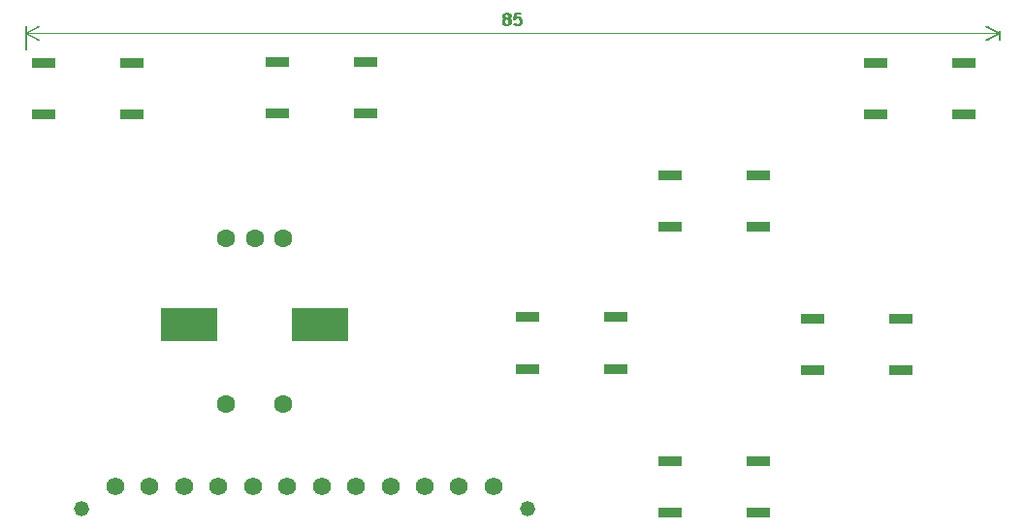
<source format=gbr>
%TF.GenerationSoftware,KiCad,Pcbnew,9.0.0*%
%TF.CreationDate,2025-03-23T02:30:14-05:00*%
%TF.ProjectId,IOBoardV1,494f426f-6172-4645-9631-2e6b69636164,rev?*%
%TF.SameCoordinates,Original*%
%TF.FileFunction,Soldermask,Top*%
%TF.FilePolarity,Negative*%
%FSLAX46Y46*%
G04 Gerber Fmt 4.6, Leading zero omitted, Abs format (unit mm)*
G04 Created by KiCad (PCBNEW 9.0.0) date 2025-03-23 02:30:14*
%MOMM*%
%LPD*%
G01*
G04 APERTURE LIST*
%ADD10C,0.150000*%
%ADD11C,0.100000*%
%ADD12R,2.006600X0.863600*%
%ADD13C,1.600200*%
%ADD14R,5.000000X3.000000*%
%ADD15C,1.320800*%
%ADD16C,1.574800*%
G04 APERTURE END LIST*
D10*
X159528571Y-48833390D02*
X159433333Y-48785771D01*
X159433333Y-48785771D02*
X159385714Y-48738152D01*
X159385714Y-48738152D02*
X159338095Y-48642914D01*
X159338095Y-48642914D02*
X159338095Y-48595295D01*
X159338095Y-48595295D02*
X159385714Y-48500057D01*
X159385714Y-48500057D02*
X159433333Y-48452438D01*
X159433333Y-48452438D02*
X159528571Y-48404819D01*
X159528571Y-48404819D02*
X159719047Y-48404819D01*
X159719047Y-48404819D02*
X159814285Y-48452438D01*
X159814285Y-48452438D02*
X159861904Y-48500057D01*
X159861904Y-48500057D02*
X159909523Y-48595295D01*
X159909523Y-48595295D02*
X159909523Y-48642914D01*
X159909523Y-48642914D02*
X159861904Y-48738152D01*
X159861904Y-48738152D02*
X159814285Y-48785771D01*
X159814285Y-48785771D02*
X159719047Y-48833390D01*
X159719047Y-48833390D02*
X159528571Y-48833390D01*
X159528571Y-48833390D02*
X159433333Y-48881009D01*
X159433333Y-48881009D02*
X159385714Y-48928628D01*
X159385714Y-48928628D02*
X159338095Y-49023866D01*
X159338095Y-49023866D02*
X159338095Y-49214342D01*
X159338095Y-49214342D02*
X159385714Y-49309580D01*
X159385714Y-49309580D02*
X159433333Y-49357200D01*
X159433333Y-49357200D02*
X159528571Y-49404819D01*
X159528571Y-49404819D02*
X159719047Y-49404819D01*
X159719047Y-49404819D02*
X159814285Y-49357200D01*
X159814285Y-49357200D02*
X159861904Y-49309580D01*
X159861904Y-49309580D02*
X159909523Y-49214342D01*
X159909523Y-49214342D02*
X159909523Y-49023866D01*
X159909523Y-49023866D02*
X159861904Y-48928628D01*
X159861904Y-48928628D02*
X159814285Y-48881009D01*
X159814285Y-48881009D02*
X159719047Y-48833390D01*
X160814285Y-48404819D02*
X160338095Y-48404819D01*
X160338095Y-48404819D02*
X160290476Y-48881009D01*
X160290476Y-48881009D02*
X160338095Y-48833390D01*
X160338095Y-48833390D02*
X160433333Y-48785771D01*
X160433333Y-48785771D02*
X160671428Y-48785771D01*
X160671428Y-48785771D02*
X160766666Y-48833390D01*
X160766666Y-48833390D02*
X160814285Y-48881009D01*
X160814285Y-48881009D02*
X160861904Y-48976247D01*
X160861904Y-48976247D02*
X160861904Y-49214342D01*
X160861904Y-49214342D02*
X160814285Y-49309580D01*
X160814285Y-49309580D02*
X160766666Y-49357200D01*
X160766666Y-49357200D02*
X160671428Y-49404819D01*
X160671428Y-49404819D02*
X160433333Y-49404819D01*
X160433333Y-49404819D02*
X160338095Y-49357200D01*
X160338095Y-49357200D02*
X160290476Y-49309580D01*
D11*
X117600000Y-51500000D02*
X117600000Y-49513580D01*
X202600000Y-50686420D02*
X202600000Y-49900000D01*
X117600000Y-50100000D02*
X202600000Y-50100000D01*
X117600000Y-50100000D02*
X202600000Y-50100000D01*
X117600000Y-50100000D02*
X118726504Y-49513579D01*
X117600000Y-50100000D02*
X118726504Y-50686421D01*
X202600000Y-50100000D02*
X201473496Y-50686421D01*
X202600000Y-50100000D02*
X201473496Y-49513579D01*
X117600000Y-50100000D02*
X202600000Y-50100000D01*
X117600000Y-50100000D02*
X202600000Y-50100000D01*
X117600000Y-50100000D02*
X118726504Y-49513579D01*
X117600000Y-50100000D02*
X118726504Y-50686421D01*
X202600000Y-50100000D02*
X201473496Y-50686421D01*
X202600000Y-50100000D02*
X201473496Y-49513579D01*
D10*
X159628571Y-48833390D02*
X159533333Y-48785771D01*
X159533333Y-48785771D02*
X159485714Y-48738152D01*
X159485714Y-48738152D02*
X159438095Y-48642914D01*
X159438095Y-48642914D02*
X159438095Y-48595295D01*
X159438095Y-48595295D02*
X159485714Y-48500057D01*
X159485714Y-48500057D02*
X159533333Y-48452438D01*
X159533333Y-48452438D02*
X159628571Y-48404819D01*
X159628571Y-48404819D02*
X159819047Y-48404819D01*
X159819047Y-48404819D02*
X159914285Y-48452438D01*
X159914285Y-48452438D02*
X159961904Y-48500057D01*
X159961904Y-48500057D02*
X160009523Y-48595295D01*
X160009523Y-48595295D02*
X160009523Y-48642914D01*
X160009523Y-48642914D02*
X159961904Y-48738152D01*
X159961904Y-48738152D02*
X159914285Y-48785771D01*
X159914285Y-48785771D02*
X159819047Y-48833390D01*
X159819047Y-48833390D02*
X159628571Y-48833390D01*
X159628571Y-48833390D02*
X159533333Y-48881009D01*
X159533333Y-48881009D02*
X159485714Y-48928628D01*
X159485714Y-48928628D02*
X159438095Y-49023866D01*
X159438095Y-49023866D02*
X159438095Y-49214342D01*
X159438095Y-49214342D02*
X159485714Y-49309580D01*
X159485714Y-49309580D02*
X159533333Y-49357200D01*
X159533333Y-49357200D02*
X159628571Y-49404819D01*
X159628571Y-49404819D02*
X159819047Y-49404819D01*
X159819047Y-49404819D02*
X159914285Y-49357200D01*
X159914285Y-49357200D02*
X159961904Y-49309580D01*
X159961904Y-49309580D02*
X160009523Y-49214342D01*
X160009523Y-49214342D02*
X160009523Y-49023866D01*
X160009523Y-49023866D02*
X159961904Y-48928628D01*
X159961904Y-48928628D02*
X159914285Y-48881009D01*
X159914285Y-48881009D02*
X159819047Y-48833390D01*
X160914285Y-48404819D02*
X160438095Y-48404819D01*
X160438095Y-48404819D02*
X160390476Y-48881009D01*
X160390476Y-48881009D02*
X160438095Y-48833390D01*
X160438095Y-48833390D02*
X160533333Y-48785771D01*
X160533333Y-48785771D02*
X160771428Y-48785771D01*
X160771428Y-48785771D02*
X160866666Y-48833390D01*
X160866666Y-48833390D02*
X160914285Y-48881009D01*
X160914285Y-48881009D02*
X160961904Y-48976247D01*
X160961904Y-48976247D02*
X160961904Y-49214342D01*
X160961904Y-49214342D02*
X160914285Y-49309580D01*
X160914285Y-49309580D02*
X160866666Y-49357200D01*
X160866666Y-49357200D02*
X160771428Y-49404819D01*
X160771428Y-49404819D02*
X160533333Y-49404819D01*
X160533333Y-49404819D02*
X160438095Y-49357200D01*
X160438095Y-49357200D02*
X160390476Y-49309580D01*
D11*
X117700000Y-51500000D02*
X117700000Y-49513580D01*
X202700000Y-50686420D02*
X202700000Y-49900000D01*
X117700000Y-50100000D02*
X202700000Y-50100000D01*
X117700000Y-50100000D02*
X202700000Y-50100000D01*
X117700000Y-50100000D02*
X118826504Y-49513579D01*
X117700000Y-50100000D02*
X118826504Y-50686421D01*
X202700000Y-50100000D02*
X201573496Y-50686421D01*
X202700000Y-50100000D02*
X201573496Y-49513579D01*
X117700000Y-50100000D02*
X202700000Y-50100000D01*
X117700000Y-50100000D02*
X202700000Y-50100000D01*
X117700000Y-50100000D02*
X118826504Y-49513579D01*
X117700000Y-50100000D02*
X118826504Y-50686421D01*
X202700000Y-50100000D02*
X201573496Y-50686421D01*
X202700000Y-50100000D02*
X201573496Y-49513579D01*
D12*
%TO.C,SW7*%
X173900000Y-87500000D03*
X181596200Y-87500000D03*
X173900000Y-92000002D03*
X181596200Y-92000002D03*
%TD*%
D13*
%TO.C,SW1*%
X140144801Y-82545150D03*
X135144801Y-82545150D03*
X140144801Y-68045151D03*
X137644801Y-68045151D03*
X135144801Y-68045151D03*
D14*
X131944800Y-75545151D03*
X143344802Y-75545151D03*
%TD*%
D12*
%TO.C,SW6*%
X186400000Y-75050001D03*
X194096200Y-75050001D03*
X186400000Y-79550003D03*
X194096200Y-79550003D03*
%TD*%
%TO.C,SW5*%
X173951900Y-62549999D03*
X181648100Y-62549999D03*
X173951900Y-67050001D03*
X181648100Y-67050001D03*
%TD*%
%TO.C,SW3*%
X191903800Y-52700000D03*
X199600000Y-52700000D03*
X191903800Y-57200002D03*
X199600000Y-57200002D03*
%TD*%
%TO.C,SW2*%
X139651900Y-52649999D03*
X147348100Y-52649999D03*
X139651900Y-57150001D03*
X147348100Y-57150001D03*
%TD*%
%TO.C,SW4*%
X119251900Y-52699998D03*
X126948100Y-52699998D03*
X119251900Y-57200000D03*
X126948100Y-57200000D03*
%TD*%
%TO.C,SW8*%
X161451900Y-74949999D03*
X169148100Y-74949999D03*
X161451900Y-79450001D03*
X169148100Y-79450001D03*
%TD*%
D15*
%TO.C,J1*%
X161499999Y-91660001D03*
X122500001Y-91660001D03*
D16*
X125500005Y-89700000D03*
X128500004Y-89700000D03*
X131500003Y-89700000D03*
X134500002Y-89700000D03*
X137500001Y-89700000D03*
X140500000Y-89700000D03*
X143500000Y-89700000D03*
X146499999Y-89700000D03*
X149499998Y-89700000D03*
X152499997Y-89700000D03*
X155499996Y-89700000D03*
X158499995Y-89700000D03*
%TD*%
M02*

</source>
